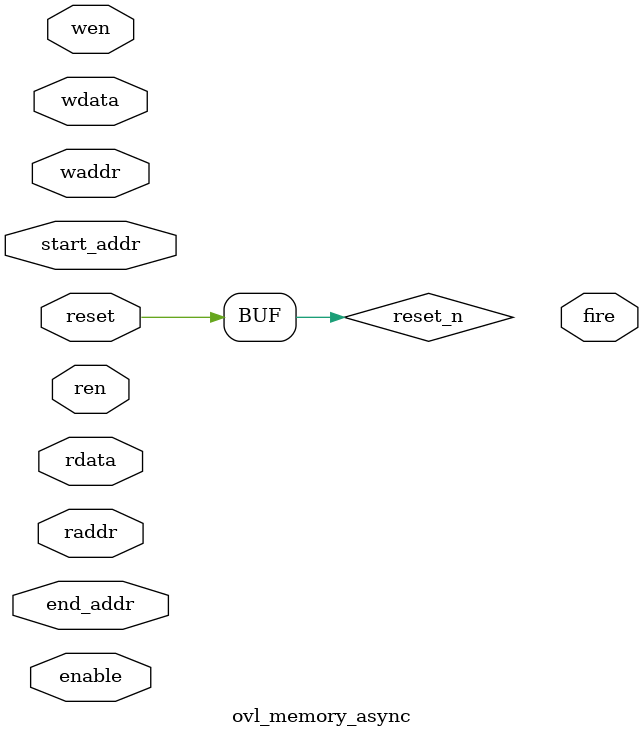
<source format=v>


























// specifying interface for System Verilog








// Selecting global reset or local reset for the checker reset signal






// active edges





// default edge_type (ovl_always_on_edge)







// severity levels





// default severity level






// coverage levels (note that 3 would set both SANITY & BASIC)







// default coverage level






// property type






// fire bit positions (first two also used for xcheck input to error_t)




// auto_bin_max for covergroups, default value is set as per LRM recommendation



// default property type






// default message






// necessary condition




// default necessary_condition (ovl_cycle_sequence)






// action on new start




// default action_on_new_start (e.g. ovl_change)






// inactive levels




// default inactive (ovl_one_cold)






// new interface (ovl 2)



























// ovl runtime after fatal error






// Covergroup define







// Ensure x-checking logic disabled if ASSERTs are off







module ovl_memory_async (reset, enable, start_addr, end_addr, ren, raddr, rdata, wen, waddr,
                          wdata, fire);

  parameter severity_level   = 1;
  parameter data_width       = 1;
  parameter addr_width       = 1;
  parameter mem_size         = 2;
  parameter addr_check       = 1;
  parameter init_check         = 1;
  parameter one_read_check        = 0;
  parameter one_write_check       = 0;
  parameter value_check        = 0;
  parameter property_type    = 0;
  parameter msg              = "VIOLATION";
  parameter coverage_level   = 2;

  parameter wen_edge     = 1;
  parameter ren_edge     = 1;
  parameter reset_polarity   = 0;
  parameter gating_type      = 1;

  input                            reset, enable;
  input                            ren, wen;
  input  [addr_width-1 : 0]        start_addr;
  input  [addr_width-1 : 0]        end_addr;
  input  [addr_width-1 : 0]        raddr;
  input  [data_width-1 : 0]        rdata;
  input  [addr_width-1 : 0]        waddr;
  input  [data_width-1 : 0]        wdata;

  output [3-1 : 0]   fire;

  // Parameters that should not be edited
  parameter assert_name = "OVL_MEMORY_ASYNC";




  // latch based gated clock

  wire ren_gclk, wen_gclk;
  reg  ren_clken, wen_clken;

  always @ (ren or enable) begin
    if (ren == 1'b0)
      ren_clken <= enable;
  end

  always @ (wen or enable) begin
    if (wen == 1'b0)
      wen_clken <= enable;
  end

  assign ren_gclk = (gating_type == 1) ? ren & ren_clken : ren;
  assign wen_gclk = (gating_type == 1) ? wen & wen_clken : wen;


  // clk (programmable edge)

  wire   ren_clk, wen_clk;

  assign ren_clk = (ren_edge == 1) ? ren_gclk : ~ren_gclk;
  assign wen_clk = (wen_edge == 1) ? wen_gclk : ~wen_gclk;


  // reset_n (programmable polarity & optional gating)

  wire   reset_n;
  assign reset_n = (gating_type == 2) ? ((reset_polarity == 0) ? reset & enable : ~reset & enable)
                                                    : ((reset_polarity == 0) ? reset          : ~reset);












endmodule // ovl_memory_async


</source>
